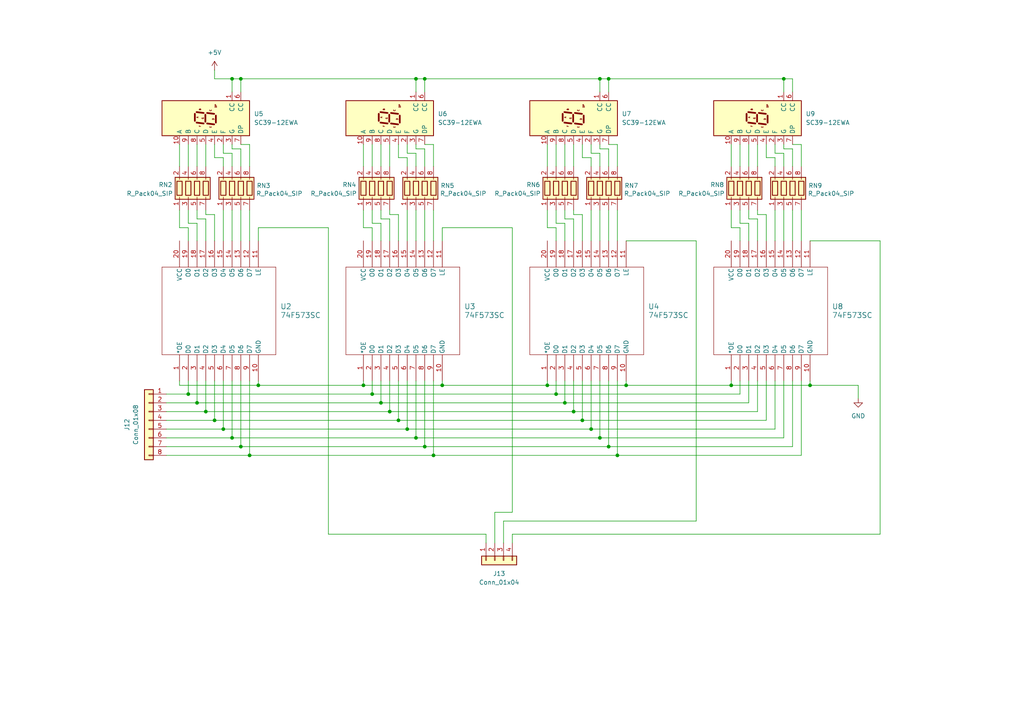
<source format=kicad_sch>
(kicad_sch (version 20250114) (generator "eeschema") (generator_version "9.0")
  (paper "A4")
  (lib_symbols
    (symbol "74F573SC:74F573SC" (pin_names (offset 0.254))
      (property "Reference" "U" (at 20.32 10.16 0))
      (property "Value" "74F573SC" (at 20.32 7.62 0))
      (symbol "74F573SC_0_1"
        (polyline (pts (xy 7.62 5.08) (xy 7.62 -27.94)) (stroke (width 0.127)))
        (polyline (pts (xy 7.62 -27.94) (xy 33.02 -27.94)) (stroke (width 0.127)))
        (polyline (pts (xy 33.02 5.08) (xy 7.62 5.08)) (stroke (width 0.127)))
        (polyline (pts (xy 33.02 -27.94) (xy 33.02 5.08)) (stroke (width 0.127)))
        (pin output line (at 0 0 0) (length 7.62) (name "*OE") (number "1"))
        (pin input line (at 0 -2.54 0) (length 7.62) (name "D0") (number "2"))
        (pin input line (at 0 -5.08 0) (length 7.62) (name "D1") (number "3"))
        (pin input line (at 0 -7.62 0) (length 7.62) (name "D2") (number "4"))
        (pin input line (at 0 -10.16 0) (length 7.62) (name "D3") (number "5"))
        (pin input line (at 0 -12.7 0) (length 7.62) (name "D4") (number "6"))
        (pin input line (at 0 -15.24 0) (length 7.62) (name "D5") (number "7"))
        (pin input line (at 0 -17.78 0) (length 7.62) (name "D6") (number "8"))
        (pin input line (at 0 -20.32 0) (length 7.62) (name "D7") (number "9"))
        (pin power_out line (at 0 -22.86 0) (length 7.62) (name "GND") (number "10"))
        (pin power_in line (at 40.64 0 180) (length 7.62) (name "VCC") (number "20"))
        (pin output line (at 40.64 -2.54 180) (length 7.62) (name "O0") (number "19"))
        (pin output line (at 40.64 -5.08 180) (length 7.62) (name "O1") (number "18"))
        (pin output line (at 40.64 -7.62 180) (length 7.62) (name "O2") (number "17"))
        (pin output line (at 40.64 -10.16 180) (length 7.62) (name "O3") (number "16"))
        (pin output line (at 40.64 -12.7 180) (length 7.62) (name "O4") (number "15"))
        (pin output line (at 40.64 -15.24 180) (length 7.62) (name "O5") (number "14"))
        (pin output line (at 40.64 -17.78 180) (length 7.62) (name "O6") (number "13"))
        (pin output line (at 40.64 -20.32 180) (length 7.62) (name "O7") (number "12"))
        (pin input line (at 40.64 -22.86 180) (length 7.62) (name "LE") (number "11"))
      )
    )
    (symbol "Connector_Generic:Conn_01x04" (pin_names (offset 1.016) (hide yes))
      (property "Reference" "J" (at 0 5.08 0))
      (property "Value" "Conn_01x04" (at 0 -7.62 0))
      (symbol "Conn_01x04_1_1"
        (rectangle (start -1.27 3.81) (end 1.27 -6.35) (stroke (width 0.254)) (fill (type background)))
        (rectangle (start -1.27 2.667) (end 0 2.413) (stroke (width 0.1524)))
        (rectangle (start -1.27 0.127) (end 0 -0.127) (stroke (width 0.1524)))
        (rectangle (start -1.27 -2.413) (end 0 -2.667) (stroke (width 0.1524)))
        (rectangle (start -1.27 -4.953) (end 0 -5.207) (stroke (width 0.1524)))
        (pin passive line (at -5.08 2.54 0) (length 3.81) (name "Pin_1") (number "1"))
        (pin passive line (at -5.08 0 0) (length 3.81) (name "Pin_2") (number "2"))
        (pin passive line (at -5.08 -2.54 0) (length 3.81) (name "Pin_3") (number "3"))
        (pin passive line (at -5.08 -5.08 0) (length 3.81) (name "Pin_4") (number "4"))
      )
    )
    (symbol "Connector_Generic:Conn_01x08" (pin_names (offset 1.016) (hide yes))
      (property "Reference" "J" (at 0 10.16 0))
      (property "Value" "Conn_01x08" (at 0 -12.7 0))
      (symbol "Conn_01x08_1_1"
        (rectangle (start -1.27 8.89) (end 1.27 -11.43) (stroke (width 0.254)) (fill (type background)))
        (rectangle (start -1.27 7.747) (end 0 7.493) (stroke (width 0.1524)))
        (rectangle (start -1.27 5.207) (end 0 4.953) (stroke (width 0.1524)))
        (rectangle (start -1.27 2.667) (end 0 2.413) (stroke (width 0.1524)))
        (rectangle (start -1.27 0.127) (end 0 -0.127) (stroke (width 0.1524)))
        (rectangle (start -1.27 -2.413) (end 0 -2.667) (stroke (width 0.1524)))
        (rectangle (start -1.27 -4.953) (end 0 -5.207) (stroke (width 0.1524)))
        (rectangle (start -1.27 -7.493) (end 0 -7.747) (stroke (width 0.1524)))
        (rectangle (start -1.27 -10.033) (end 0 -10.287) (stroke (width 0.1524)))
        (pin passive line (at -5.08 7.62 0) (length 3.81) (name "Pin_1") (number "1"))
        (pin passive line (at -5.08 5.08 0) (length 3.81) (name "Pin_2") (number "2"))
        (pin passive line (at -5.08 2.54 0) (length 3.81) (name "Pin_3") (number "3"))
        (pin passive line (at -5.08 0 0) (length 3.81) (name "Pin_4") (number "4"))
        (pin passive line (at -5.08 -2.54 0) (length 3.81) (name "Pin_5") (number "5"))
        (pin passive line (at -5.08 -5.08 0) (length 3.81) (name "Pin_6") (number "6"))
        (pin passive line (at -5.08 -7.62 0) (length 3.81) (name "Pin_7") (number "7"))
        (pin passive line (at -5.08 -10.16 0) (length 3.81) (name "Pin_8") (number "8"))
      )
    )
    (symbol "Device:R_Pack04_SIP" (pin_names (offset 0) (hide yes))
      (property "Reference" "RN2" (at -1.016 2.032 0))
      (property "Value" "R_Pack04_SIP" (at 3.556 -0.254 0))
      (symbol "R_Pack04_SIP_0_1"
        (rectangle (start -13.97 4.445) (end -3.81 -1.905) (stroke (width 0.254)) (fill (type background)))
        (rectangle (start -13.462 3.302) (end -11.938 -0.762) (stroke (width 0.254)))
        (rectangle (start -10.922 3.302) (end -9.398 -0.762) (stroke (width 0.254)))
        (rectangle (start -8.382 3.302) (end -6.858 -0.762) (stroke (width 0.254)))
        (rectangle (start -5.842 3.302) (end -4.318 -0.762) (stroke (width 0.254)))
      )
      (symbol "R_Pack04_SIP_1_1"
        (pin passive line (at -12.7 7.62 270) (length 3.81) (name "R1.2") (number "2"))
        (pin passive line (at -12.7 -5.08 90) (length 3.81) (name "R1.1") (number "1"))
        (pin passive line (at -10.16 7.62 270) (length 3.81) (name "R2.2") (number "4"))
        (pin passive line (at -10.16 -5.08 90) (length 3.81) (name "R2.1") (number "3"))
        (pin passive line (at -7.62 7.62 270) (length 3.81) (name "R3.2") (number "6"))
        (pin passive line (at -7.62 -5.08 90) (length 3.81) (name "R3.1") (number "5"))
        (pin passive line (at -5.08 7.62 270) (length 3.81) (name "R4.2") (number "8"))
        (pin passive line (at -5.08 -5.08 90) (length 3.81) (name "R4.1") (number "7"))
      )
    )
    (symbol "Display_Character:SC39-12EWA"
      (property "Reference" "U" (at -3.81 13.97 0))
      (property "Value" "SC39-12EWA" (at 6.35 13.97 0))
      (symbol "SC39-12EWA_1_0"
        (text "E" (at -2.54 -1.397 0) (effects (font (size 0.508 0.508))))
        (text "F" (at -2.286 1.651 0) (effects (font (size 0.508 0.508))))
        (text "D" (at -0.254 -2.159 0) (effects (font (size 0.508 0.508))))
        (text "G" (at 0 0.889 0) (effects (font (size 0.508 0.508))))
        (text "A" (at 0.254 2.413 0) (effects (font (size 0.508 0.508))))
        (text "C" (at 2.286 -1.397 0) (effects (font (size 0.508 0.508))))
        (text "B" (at 2.54 1.651 0) (effects (font (size 0.508 0.508))))
        (text "DP" (at 3.556 -2.921 0) (effects (font (size 0.508 0.508))))
      )
      (symbol "SC39-12EWA_1_1"
        (rectangle (start -5.08 12.7) (end 5.08 -12.7) (stroke (width 0.254)) (fill (type background)))
        (polyline (pts (xy -1.524 -0.381) (xy -1.778 -2.413)) (stroke (width 0.508)))
        (polyline (pts (xy -1.27 2.667) (xy -1.524 0.635)) (stroke (width 0.508)))
        (polyline (pts (xy -1.27 -2.921) (xy 0.762 -2.921)) (stroke (width 0.508)))
        (polyline (pts (xy -1.016 0.127) (xy 1.016 0.127)) (stroke (width 0.508)))
        (polyline (pts (xy -0.762 3.175) (xy 1.27 3.175)) (stroke (width 0.508)))
        (polyline (pts (xy 1.524 -0.381) (xy 1.27 -2.413)) (stroke (width 0.508)))
        (polyline (pts (xy 1.778 2.667) (xy 1.524 0.635)) (stroke (width 0.508)))
        (polyline (pts (xy 2.54 -2.921) (xy 2.54 -2.921)) (stroke (width 0.508)))
        (pin input line (at -7.62 7.62 0) (length 2.54) (name "A") (number "10"))
        (pin input line (at -7.62 5.08 0) (length 2.54) (name "B") (number "9"))
        (pin input line (at -7.62 2.54 0) (length 2.54) (name "C") (number "8"))
        (pin input line (at -7.62 0 0) (length 2.54) (name "D") (number "5"))
        (pin input line (at -7.62 -2.54 0) (length 2.54) (name "E") (number "4"))
        (pin input line (at -7.62 -5.08 0) (length 2.54) (name "F") (number "2"))
        (pin input line (at -7.62 -7.62 0) (length 2.54) (name "G") (number "3"))
        (pin input line (at -7.62 -10.16 0) (length 2.54) (name "DP") (number "7"))
        (pin input line (at 7.62 -7.62 180) (length 2.54) (name "CC") (number "1"))
        (pin input line (at 7.62 -10.16 180) (length 2.54) (name "CC") (number "6"))
      )
    )
    (symbol "power:+5V" (power) (pin_numbers (hide yes)) (pin_names (offset 0) (hide yes))
      (property "Value" "+5V" (at 0 3.556 0))
      (symbol "+5V_0_1"
        (polyline (pts (xy -0.762 1.27) (xy 0 2.54)))
        (polyline (pts (xy 0 2.54) (xy 0.762 1.27)))
        (polyline (pts (xy 0 0) (xy 0 2.54)))
      )
      (symbol "+5V_1_1"
        (pin power_in line (at 0 0 90) (length 0) (name "~") (number "1"))
      )
    )
    (symbol "power:GND" (power) (pin_numbers (hide yes)) (pin_names (offset 0) (hide yes))
      (property "Value" "GND" (at 0 -3.81 0))
      (symbol "GND_0_1"
        (polyline (pts (xy 0 0) (xy 0 -1.27) (xy 1.27 -1.27) (xy 0 -2.54) (xy -1.27 -1.27) (xy 0 -1.27)))
      )
      (symbol "GND_1_1"
        (pin power_in line (at 0 0 270) (length 0) (name "~") (number "1"))
      )
    )
  )
  (junction (at 176.53 129.54))
  (junction (at 168.91 121.92))
  (junction (at 64.77 124.46))
  (junction (at 54.61 114.3))
  (junction (at 158.75 111.76))
  (junction (at 113.03 119.38))
  (junction (at 234.95 111.76))
  (junction (at 105.41 111.76))
  (junction (at 74.93 111.76))
  (junction (at 110.49 116.84))
  (junction (at 181.61 111.76))
  (junction (at 125.73 132.08))
  (junction (at 173.99 127))
  (junction (at 72.39 132.08))
  (junction (at 69.85 129.54))
  (junction (at 120.65 22.86))
  (junction (at 176.53 22.86))
  (junction (at 57.15 116.84))
  (junction (at 227.33 22.86))
  (junction (at 120.65 127))
  (junction (at 212.09 111.76))
  (junction (at 123.19 22.86))
  (junction (at 161.29 114.3))
  (junction (at 115.57 121.92))
  (junction (at 62.23 121.92))
  (junction (at 67.31 22.86))
  (junction (at 163.83 116.84))
  (junction (at 171.45 124.46))
  (junction (at 123.19 129.54))
  (junction (at 173.99 22.86))
  (junction (at 67.31 127))
  (junction (at 118.11 124.46))
  (junction (at 69.85 22.86))
  (junction (at 59.69 119.38))
  (junction (at 128.27 111.76))
  (junction (at 107.95 114.3))
  (junction (at 166.37 119.38))
  (junction (at 179.07 132.08))
  (wire (pts (xy 52.07 66.04) (xy 54.61 66.04)))
  (wire (pts (xy 248.92 111.76) (xy 248.92 115.57)))
  (wire (pts (xy 158.75 110.49) (xy 158.75 111.76)))
  (wire (pts (xy 171.45 45.72) (xy 168.91 45.72)))
  (wire (pts (xy 120.65 22.86) (xy 123.19 22.86)))
  (wire (pts (xy 212.09 41.91) (xy 212.09 48.26)))
  (wire (pts (xy 173.99 60.96) (xy 173.99 69.85)))
  (wire (pts (xy 59.69 119.38) (xy 48.26 119.38)))
  (wire (pts (xy 179.07 132.08) (xy 125.73 132.08)))
  (wire (pts (xy 57.15 41.91) (xy 57.15 48.26)))
  (wire (pts (xy 110.49 60.96) (xy 110.49 63.5)))
  (wire (pts (xy 227.33 22.86) (xy 227.33 26.67)))
  (wire (pts (xy 212.09 66.04) (xy 214.63 66.04)))
  (wire (pts (xy 107.95 110.49) (xy 107.95 114.3)))
  (wire (pts (xy 64.77 41.91) (xy 64.77 44.45)))
  (wire (pts (xy 120.65 60.96) (xy 120.65 69.85)))
  (wire (pts (xy 125.73 60.96) (xy 125.73 69.85)))
  (wire (pts (xy 118.11 60.96) (xy 118.11 69.85)))
  (wire (pts (xy 115.57 121.92) (xy 62.23 121.92)))
  (wire (pts (xy 95.25 66.04) (xy 95.25 154.94)))
  (wire (pts (xy 168.91 110.49) (xy 168.91 121.92)))
  (wire (pts (xy 74.93 110.49) (xy 74.93 111.76)))
  (wire (pts (xy 113.03 62.23) (xy 115.57 62.23)))
  (wire (pts (xy 229.87 60.96) (xy 229.87 69.85)))
  (wire (pts (xy 105.41 41.91) (xy 105.41 48.26)))
  (wire (pts (xy 171.45 44.45) (xy 173.99 44.45)))
  (wire (pts (xy 59.69 62.23) (xy 62.23 62.23)))
  (wire (pts (xy 173.99 110.49) (xy 173.99 127)))
  (wire (pts (xy 95.25 154.94) (xy 140.97 154.94)))
  (wire (pts (xy 105.41 60.96) (xy 105.41 66.04)))
  (wire (pts (xy 214.63 60.96) (xy 214.63 64.77)))
  (wire (pts (xy 123.19 22.86) (xy 123.19 26.67)))
  (wire (pts (xy 120.65 127) (xy 67.31 127)))
  (wire (pts (xy 224.79 45.72) (xy 222.25 45.72)))
  (wire (pts (xy 161.29 110.49) (xy 161.29 114.3)))
  (wire (pts (xy 176.53 22.86) (xy 176.53 26.67)))
  (wire (pts (xy 128.27 111.76) (xy 158.75 111.76)))
  (wire (pts (xy 163.83 60.96) (xy 163.83 63.5)))
  (wire (pts (xy 113.03 41.91) (xy 113.03 48.26)))
  (wire (pts (xy 234.95 111.76) (xy 248.92 111.76)))
  (wire (pts (xy 123.19 60.96) (xy 123.19 69.85)))
  (wire (pts (xy 62.23 121.92) (xy 62.23 110.49)))
  (wire (pts (xy 212.09 110.49) (xy 212.09 111.76)))
  (wire (pts (xy 148.59 154.94) (xy 148.59 157.48)))
  (wire (pts (xy 234.95 69.85) (xy 255.27 69.85)))
  (wire (pts (xy 118.11 124.46) (xy 64.77 124.46)))
  (wire (pts (xy 227.33 41.91) (xy 227.33 43.18)))
  (wire (pts (xy 148.59 148.59) (xy 143.51 148.59)))
  (wire (pts (xy 74.93 111.76) (xy 105.41 111.76)))
  (wire (pts (xy 217.17 60.96) (xy 217.17 63.5)))
  (wire (pts (xy 158.75 41.91) (xy 158.75 48.26)))
  (wire (pts (xy 227.33 127) (xy 173.99 127)))
  (wire (pts (xy 161.29 41.91) (xy 161.29 48.26)))
  (wire (pts (xy 54.61 110.49) (xy 54.61 114.3)))
  (wire (pts (xy 113.03 119.38) (xy 59.69 119.38)))
  (wire (pts (xy 222.25 121.92) (xy 168.91 121.92)))
  (wire (pts (xy 176.53 22.86) (xy 227.33 22.86)))
  (wire (pts (xy 118.11 41.91) (xy 118.11 44.45)))
  (wire (pts (xy 163.83 64.77) (xy 163.83 69.85)))
  (wire (pts (xy 125.73 132.08) (xy 72.39 132.08)))
  (wire (pts (xy 69.85 22.86) (xy 120.65 22.86)))
  (wire (pts (xy 214.63 66.04) (xy 214.63 69.85)))
  (wire (pts (xy 171.45 110.49) (xy 171.45 124.46)))
  (wire (pts (xy 74.93 66.04) (xy 95.25 66.04)))
  (wire (pts (xy 171.45 45.72) (xy 171.45 48.26)))
  (wire (pts (xy 107.95 66.04) (xy 107.95 69.85)))
  (wire (pts (xy 120.65 110.49) (xy 120.65 127)))
  (wire (pts (xy 232.41 60.96) (xy 232.41 69.85)))
  (wire (pts (xy 52.07 111.76) (xy 74.93 111.76)))
  (wire (pts (xy 173.99 22.86) (xy 173.99 26.67)))
  (wire (pts (xy 120.65 22.86) (xy 120.65 26.67)))
  (wire (pts (xy 110.49 116.84) (xy 57.15 116.84)))
  (wire (pts (xy 57.15 116.84) (xy 48.26 116.84)))
  (wire (pts (xy 179.07 60.96) (xy 179.07 69.85)))
  (wire (pts (xy 161.29 114.3) (xy 107.95 114.3)))
  (wire (pts (xy 59.69 41.91) (xy 59.69 48.26)))
  (wire (pts (xy 163.83 110.49) (xy 163.83 116.84)))
  (wire (pts (xy 229.87 41.91) (xy 232.41 41.91)))
  (wire (pts (xy 219.71 62.23) (xy 222.25 62.23)))
  (wire (pts (xy 67.31 41.91) (xy 67.31 43.18)))
  (wire (pts (xy 128.27 110.49) (xy 128.27 111.76)))
  (wire (pts (xy 212.09 111.76) (xy 234.95 111.76)))
  (wire (pts (xy 118.11 45.72) (xy 118.11 48.26)))
  (wire (pts (xy 217.17 63.5) (xy 219.71 63.5)))
  (wire (pts (xy 227.33 43.18) (xy 229.87 43.18)))
  (wire (pts (xy 181.61 69.85) (xy 201.93 69.85)))
  (wire (pts (xy 67.31 127) (xy 67.31 110.49)))
  (wire (pts (xy 128.27 66.04) (xy 128.27 69.85)))
  (wire (pts (xy 105.41 66.04) (xy 107.95 66.04)))
  (wire (pts (xy 72.39 132.08) (xy 48.26 132.08)))
  (wire (pts (xy 173.99 44.45) (xy 173.99 48.26)))
  (wire (pts (xy 179.07 110.49) (xy 179.07 132.08)))
  (wire (pts (xy 179.07 41.91) (xy 179.07 48.26)))
  (wire (pts (xy 52.07 60.96) (xy 52.07 66.04)))
  (wire (pts (xy 69.85 60.96) (xy 69.85 69.85)))
  (wire (pts (xy 232.41 41.91) (xy 232.41 48.26)))
  (wire (pts (xy 128.27 66.04) (xy 148.59 66.04)))
  (wire (pts (xy 59.69 60.96) (xy 59.69 62.23)))
  (wire (pts (xy 52.07 110.49) (xy 52.07 111.76)))
  (wire (pts (xy 181.61 111.76) (xy 212.09 111.76)))
  (wire (pts (xy 143.51 148.59) (xy 143.51 157.48)))
  (wire (pts (xy 115.57 45.72) (xy 115.57 41.91)))
  (wire (pts (xy 64.77 60.96) (xy 64.77 69.85)))
  (wire (pts (xy 163.83 116.84) (xy 110.49 116.84)))
  (wire (pts (xy 214.63 114.3) (xy 161.29 114.3)))
  (wire (pts (xy 158.75 60.96) (xy 158.75 66.04)))
  (wire (pts (xy 166.37 110.49) (xy 166.37 119.38)))
  (wire (pts (xy 54.61 41.91) (xy 54.61 48.26)))
  (wire (pts (xy 219.71 60.96) (xy 219.71 62.23)))
  (wire (pts (xy 105.41 111.76) (xy 128.27 111.76)))
  (wire (pts (xy 229.87 110.49) (xy 229.87 129.54)))
  (wire (pts (xy 110.49 64.77) (xy 110.49 69.85)))
  (wire (pts (xy 217.17 64.77) (xy 217.17 69.85)))
  (wire (pts (xy 125.73 41.91) (xy 125.73 48.26)))
  (wire (pts (xy 161.29 64.77) (xy 163.83 64.77)))
  (wire (pts (xy 67.31 22.86) (xy 69.85 22.86)))
  (wire (pts (xy 224.79 41.91) (xy 224.79 44.45)))
  (wire (pts (xy 224.79 44.45) (xy 227.33 44.45)))
  (wire (pts (xy 69.85 41.91) (xy 72.39 41.91)))
  (wire (pts (xy 74.93 66.04) (xy 74.93 69.85)))
  (wire (pts (xy 72.39 60.96) (xy 72.39 69.85)))
  (wire (pts (xy 54.61 64.77) (xy 57.15 64.77)))
  (wire (pts (xy 69.85 43.18) (xy 69.85 48.26)))
  (wire (pts (xy 118.11 110.49) (xy 118.11 124.46)))
  (wire (pts (xy 173.99 41.91) (xy 173.99 43.18)))
  (wire (pts (xy 125.73 110.49) (xy 125.73 132.08)))
  (wire (pts (xy 163.83 41.91) (xy 163.83 48.26)))
  (wire (pts (xy 120.65 43.18) (xy 123.19 43.18)))
  (wire (pts (xy 214.63 110.49) (xy 214.63 114.3)))
  (wire (pts (xy 64.77 45.72) (xy 62.23 45.72)))
  (wire (pts (xy 173.99 127) (xy 120.65 127)))
  (wire (pts (xy 123.19 43.18) (xy 123.19 48.26)))
  (wire (pts (xy 107.95 114.3) (xy 54.61 114.3)))
  (wire (pts (xy 62.23 62.23) (xy 62.23 69.85)))
  (wire (pts (xy 176.53 60.96) (xy 176.53 69.85)))
  (wire (pts (xy 224.79 124.46) (xy 171.45 124.46)))
  (wire (pts (xy 161.29 66.04) (xy 161.29 69.85)))
  (wire (pts (xy 110.49 63.5) (xy 113.03 63.5)))
  (wire (pts (xy 224.79 60.96) (xy 224.79 69.85)))
  (wire (pts (xy 64.77 124.46) (xy 48.26 124.46)))
  (wire (pts (xy 224.79 110.49) (xy 224.79 124.46)))
  (wire (pts (xy 118.11 45.72) (xy 115.57 45.72)))
  (wire (pts (xy 234.95 110.49) (xy 234.95 111.76)))
  (wire (pts (xy 59.69 63.5) (xy 59.69 69.85)))
  (wire (pts (xy 113.03 63.5) (xy 113.03 69.85)))
  (wire (pts (xy 120.65 41.91) (xy 120.65 43.18)))
  (wire (pts (xy 64.77 44.45) (xy 67.31 44.45)))
  (wire (pts (xy 166.37 63.5) (xy 166.37 69.85)))
  (wire (pts (xy 64.77 110.49) (xy 64.77 124.46)))
  (wire (pts (xy 171.45 60.96) (xy 171.45 69.85)))
  (wire (pts (xy 166.37 62.23) (xy 168.91 62.23)))
  (wire (pts (xy 57.15 60.96) (xy 57.15 63.5)))
  (wire (pts (xy 120.65 44.45) (xy 120.65 48.26)))
  (wire (pts (xy 173.99 22.86) (xy 176.53 22.86)))
  (wire (pts (xy 107.95 64.77) (xy 110.49 64.77)))
  (wire (pts (xy 219.71 63.5) (xy 219.71 69.85)))
  (wire (pts (xy 214.63 41.91) (xy 214.63 48.26)))
  (wire (pts (xy 171.45 124.46) (xy 118.11 124.46)))
  (wire (pts (xy 232.41 132.08) (xy 179.07 132.08)))
  (wire (pts (xy 54.61 66.04) (xy 54.61 69.85)))
  (wire (pts (xy 176.53 41.91) (xy 179.07 41.91)))
  (wire (pts (xy 62.23 20.32) (xy 62.23 22.86)))
  (wire (pts (xy 166.37 60.96) (xy 166.37 62.23)))
  (wire (pts (xy 105.41 110.49) (xy 105.41 111.76)))
  (wire (pts (xy 62.23 45.72) (xy 62.23 41.91)))
  (wire (pts (xy 67.31 44.45) (xy 67.31 48.26)))
  (wire (pts (xy 64.77 45.72) (xy 64.77 48.26)))
  (wire (pts (xy 166.37 119.38) (xy 113.03 119.38)))
  (wire (pts (xy 48.26 114.3) (xy 54.61 114.3)))
  (wire (pts (xy 229.87 43.18) (xy 229.87 48.26)))
  (wire (pts (xy 219.71 119.38) (xy 166.37 119.38)))
  (wire (pts (xy 158.75 111.76) (xy 181.61 111.76)))
  (wire (pts (xy 69.85 129.54) (xy 48.26 129.54)))
  (wire (pts (xy 217.17 116.84) (xy 163.83 116.84)))
  (wire (pts (xy 163.83 63.5) (xy 166.37 63.5)))
  (wire (pts (xy 171.45 41.91) (xy 171.45 44.45)))
  (wire (pts (xy 67.31 60.96) (xy 67.31 69.85)))
  (wire (pts (xy 217.17 110.49) (xy 217.17 116.84)))
  (wire (pts (xy 57.15 63.5) (xy 59.69 63.5)))
  (wire (pts (xy 227.33 110.49) (xy 227.33 127)))
  (wire (pts (xy 227.33 22.86) (xy 229.87 22.86)))
  (wire (pts (xy 107.95 60.96) (xy 107.95 64.77)))
  (wire (pts (xy 140.97 154.94) (xy 140.97 157.48)))
  (wire (pts (xy 161.29 60.96) (xy 161.29 64.77)))
  (wire (pts (xy 110.49 110.49) (xy 110.49 116.84)))
  (wire (pts (xy 255.27 154.94) (xy 148.59 154.94)))
  (wire (pts (xy 57.15 64.77) (xy 57.15 69.85)))
  (wire (pts (xy 229.87 22.86) (xy 229.87 26.67)))
  (wire (pts (xy 59.69 110.49) (xy 59.69 119.38)))
  (wire (pts (xy 57.15 110.49) (xy 57.15 116.84)))
  (wire (pts (xy 107.95 41.91) (xy 107.95 48.26)))
  (wire (pts (xy 69.85 110.49) (xy 69.85 129.54)))
  (wire (pts (xy 72.39 41.91) (xy 72.39 48.26)))
  (wire (pts (xy 115.57 62.23) (xy 115.57 69.85)))
  (wire (pts (xy 123.19 129.54) (xy 69.85 129.54)))
  (wire (pts (xy 123.19 41.91) (xy 125.73 41.91)))
  (wire (pts (xy 115.57 110.49) (xy 115.57 121.92)))
  (wire (pts (xy 110.49 41.91) (xy 110.49 48.26)))
  (wire (pts (xy 67.31 43.18) (xy 69.85 43.18)))
  (wire (pts (xy 176.53 43.18) (xy 176.53 48.26)))
  (wire (pts (xy 176.53 110.49) (xy 176.53 129.54)))
  (wire (pts (xy 123.19 110.49) (xy 123.19 129.54)))
  (wire (pts (xy 148.59 66.04) (xy 148.59 148.59)))
  (wire (pts (xy 62.23 22.86) (xy 67.31 22.86)))
  (wire (pts (xy 222.25 110.49) (xy 222.25 121.92)))
  (wire (pts (xy 168.91 62.23) (xy 168.91 69.85)))
  (wire (pts (xy 158.75 66.04) (xy 161.29 66.04)))
  (wire (pts (xy 146.05 151.13) (xy 146.05 157.48)))
  (wire (pts (xy 227.33 60.96) (xy 227.33 69.85)))
  (wire (pts (xy 201.93 69.85) (xy 201.93 151.13)))
  (wire (pts (xy 212.09 60.96) (xy 212.09 66.04)))
  (wire (pts (xy 168.91 121.92) (xy 115.57 121.92)))
  (wire (pts (xy 52.07 41.91) (xy 52.07 48.26)))
  (wire (pts (xy 69.85 22.86) (xy 69.85 26.67)))
  (wire (pts (xy 67.31 22.86) (xy 67.31 26.67)))
  (wire (pts (xy 166.37 41.91) (xy 166.37 48.26)))
  (wire (pts (xy 48.26 127) (xy 67.31 127)))
  (wire (pts (xy 219.71 41.91) (xy 219.71 48.26)))
  (wire (pts (xy 118.11 44.45) (xy 120.65 44.45)))
  (wire (pts (xy 176.53 129.54) (xy 123.19 129.54)))
  (wire (pts (xy 173.99 43.18) (xy 176.53 43.18)))
  (wire (pts (xy 255.27 69.85) (xy 255.27 154.94)))
  (wire (pts (xy 222.25 62.23) (xy 222.25 69.85)))
  (wire (pts (xy 113.03 110.49) (xy 113.03 119.38)))
  (wire (pts (xy 201.93 151.13) (xy 146.05 151.13)))
  (wire (pts (xy 219.71 110.49) (xy 219.71 119.38)))
  (wire (pts (xy 72.39 110.49) (xy 72.39 132.08)))
  (wire (pts (xy 222.25 45.72) (xy 222.25 41.91)))
  (wire (pts (xy 227.33 44.45) (xy 227.33 48.26)))
  (wire (pts (xy 123.19 22.86) (xy 173.99 22.86)))
  (wire (pts (xy 232.41 110.49) (xy 232.41 132.08)))
  (wire (pts (xy 229.87 129.54) (xy 176.53 129.54)))
  (wire (pts (xy 113.03 60.96) (xy 113.03 62.23)))
  (wire (pts (xy 48.26 121.92) (xy 62.23 121.92)))
  (wire (pts (xy 54.61 60.96) (xy 54.61 64.77)))
  (wire (pts (xy 224.79 45.72) (xy 224.79 48.26)))
  (wire (pts (xy 168.91 45.72) (xy 168.91 41.91)))
  (wire (pts (xy 217.17 41.91) (xy 217.17 48.26)))
  (wire (pts (xy 181.61 110.49) (xy 181.61 111.76)))
  (wire (pts (xy 214.63 64.77) (xy 217.17 64.77)))
  (symbol (lib_id "Connector_Generic:Conn_01x08") (at 43.18 121.92 0) (mirror y) (unit 1)
    (property "Reference" "J12" (at 36.83 123.19 90))
    (property "Value" "Conn_01x08" (at 39.37 123.19 90))
    (property "Description" "Generic connector, single row, 01x08, script generated (kicad-library-utils/schlib/autogen/connector/)" (effects (hide yes)))
  )
  (symbol (lib_id "Device:R_Pack04_SIP") (at 224.79 55.88 0) (unit 1)
    (property "Reference" "RN8" (at 208.026 53.594 0))
    (property "Value" "R_Pack04_SIP" (at 203.454 56.134 0))
    (property "Footprint" "Resistor_THT:R_Array_SIP8" (effects (hide yes)))
    (property "Datasheet" "http://www.vishay.com/docs/31509/csc.pdf" (effects (hide yes)))
    (property "Description" "4 resistor network, parallel topology, SIP package" (effects (hide yes)))
  )
  (symbol (lib_id "Connector_Generic:Conn_01x04") (at 143.51 162.56 90) (mirror x) (unit 1)
    (property "Reference" "J13" (at 144.78 166.37 90))
    (property "Value" "Conn_01x04" (at 144.78 168.91 90))
    (property "Description" "Generic connector, single row, 01x04, script generated (kicad-library-utils/schlib/autogen/connector/)" (effects (hide yes)))
  )
  (symbol (lib_id "Device:R_Pack04_SIP") (at 64.77 55.88 0) (unit 1)
    (property "Reference" "RN2" (at 48.006 53.594 0))
    (property "Value" "R_Pack04_SIP" (at 43.434 56.134 0))
    (property "Footprint" "Resistor_THT:R_Array_SIP8" (effects (hide yes)))
    (property "Datasheet" "http://www.vishay.com/docs/31509/csc.pdf" (effects (hide yes)))
    (property "Description" "4 resistor network, parallel topology, SIP package" (effects (hide yes)))
  )
  (symbol (lib_id "Display_Character:SC39-12EWA") (at 166.37 34.29 90) (unit 1)
    (property "Reference" "U7" (at 180.34 33.0199 90) (effects (justify right)))
    (property "Value" "SC39-12EWA" (at 180.34 35.5599 90) (effects (justify right)))
    (property "Footprint" "Display_7Segment:Sx39-1xxxxx" (effects (hide yes)))
    (property "Datasheet" "http://www.kingbrightusa.com/images/catalog/SPEC/sc39-12ewa.pdf" (effects (hide yes)))
    (property "Description" "Single digit 7 segment display, high efficiency red, common cathode" (effects (hide yes)))
  )
  (symbol (lib_id "Device:R_Pack04_SIP") (at 118.11 55.88 0) (unit 1)
    (property "Reference" "RN4" (at 101.346 53.594 0))
    (property "Value" "R_Pack04_SIP" (at 96.774 56.134 0))
    (property "Footprint" "Resistor_THT:R_Array_SIP8" (effects (hide yes)))
    (property "Datasheet" "http://www.vishay.com/docs/31509/csc.pdf" (effects (hide yes)))
    (property "Description" "4 resistor network, parallel topology, SIP package" (effects (hide yes)))
  )
  (symbol (lib_id "Device:R_Pack04_SIP") (at 184.15 55.88 0) (unit 1)
    (property "Reference" "RN7" (at 183.134 53.848 0))
    (property "Value" "R_Pack04_SIP" (at 187.706 56.134 0))
    (property "Footprint" "Resistor_THT:R_Array_SIP8" (effects (hide yes)))
    (property "Datasheet" "http://www.vishay.com/docs/31509/csc.pdf" (effects (hide yes)))
    (property "Description" "4 resistor network, parallel topology, SIP package" (effects (hide yes)))
  )
  (symbol (lib_id "74F573SC:74F573SC") (at 52.07 110.49 90) (unit 1)
    (property "Reference" "U2" (at 81.28 88.8999 90) (effects (font (size 1.524 1.524)) (justify right)))
    (property "Value" "74F573SC" (at 81.28 91.4399 90) (effects (font (size 1.524 1.524)) (justify right)))
    (property "Footprint" "SOIC20_12P7X5P4_ONS" (effects (hide yes)))
    (property "Datasheet" "74F573SC" (effects (hide yes)))
  )
  (symbol (lib_id "Display_Character:SC39-12EWA") (at 219.71 34.29 90) (unit 1)
    (property "Reference" "U9" (at 233.68 33.0199 90) (effects (justify right)))
    (property "Value" "SC39-12EWA" (at 233.68 35.5599 90) (effects (justify right)))
    (property "Footprint" "Display_7Segment:Sx39-1xxxxx" (effects (hide yes)))
    (property "Datasheet" "http://www.kingbrightusa.com/images/catalog/SPEC/sc39-12ewa.pdf" (effects (hide yes)))
    (property "Description" "Single digit 7 segment display, high efficiency red, common cathode" (effects (hide yes)))
  )
  (symbol (lib_id "Display_Character:SC39-12EWA") (at 59.69 34.29 90) (unit 1)
    (property "Reference" "U5" (at 73.66 33.0199 90) (effects (justify right)))
    (property "Value" "SC39-12EWA" (at 73.66 35.5599 90) (effects (justify right)))
    (property "Footprint" "Display_7Segment:Sx39-1xxxxx" (effects (hide yes)))
    (property "Datasheet" "http://www.kingbrightusa.com/images/catalog/SPEC/sc39-12ewa.pdf" (effects (hide yes)))
    (property "Description" "Single digit 7 segment display, high efficiency red, common cathode" (effects (hide yes)))
  )
  (symbol (lib_id "power:GND") (at 248.92 115.57 0) (unit 1)
    (property "Reference" "#PWR017" (effects (hide yes)))
    (property "Value" "GND" (at 248.92 120.65 0))
    (property "Description" "Power symbol creates a global label with name \"GND\" , ground" (effects (hide yes)))
  )
  (symbol (lib_id "power:+5V") (at 62.23 20.32 0) (mirror y) (unit 1)
    (property "Reference" "#PWR016" (effects (hide yes)))
    (property "Value" "+5V" (at 62.23 15.24 0))
    (property "Description" "Power symbol creates a global label with name \"+5V\"" (effects (hide yes)))
  )
  (symbol (lib_id "Device:R_Pack04_SIP") (at 130.81 55.88 0) (unit 1)
    (property "Reference" "RN5" (at 129.794 53.848 0))
    (property "Value" "R_Pack04_SIP" (at 134.366 56.134 0))
    (property "Footprint" "Resistor_THT:R_Array_SIP8" (effects (hide yes)))
    (property "Datasheet" "http://www.vishay.com/docs/31509/csc.pdf" (effects (hide yes)))
    (property "Description" "4 resistor network, parallel topology, SIP package" (effects (hide yes)))
  )
  (symbol (lib_id "74F573SC:74F573SC") (at 212.09 110.49 90) (unit 1)
    (property "Reference" "U8" (at 241.3 88.8999 90) (effects (font (size 1.524 1.524)) (justify right)))
    (property "Value" "74F573SC" (at 241.3 91.4399 90) (effects (font (size 1.524 1.524)) (justify right)))
    (property "Footprint" "SOIC20_12P7X5P4_ONS" (effects (hide yes)))
    (property "Datasheet" "74F573SC" (effects (hide yes)))
  )
  (symbol (lib_id "Device:R_Pack04_SIP") (at 171.45 55.88 0) (unit 1)
    (property "Reference" "RN6" (at 154.686 53.594 0))
    (property "Value" "R_Pack04_SIP" (at 150.114 56.134 0))
    (property "Footprint" "Resistor_THT:R_Array_SIP8" (effects (hide yes)))
    (property "Datasheet" "http://www.vishay.com/docs/31509/csc.pdf" (effects (hide yes)))
    (property "Description" "4 resistor network, parallel topology, SIP package" (effects (hide yes)))
  )
  (symbol (lib_id "74F573SC:74F573SC") (at 105.41 110.49 90) (unit 1)
    (property "Reference" "U3" (at 134.62 88.8999 90) (effects (font (size 1.524 1.524)) (justify right)))
    (property "Value" "74F573SC" (at 134.62 91.4399 90) (effects (font (size 1.524 1.524)) (justify right)))
    (property "Footprint" "SOIC20_12P7X5P4_ONS" (effects (hide yes)))
    (property "Datasheet" "74F573SC" (effects (hide yes)))
  )
  (symbol (lib_id "Device:R_Pack04_SIP") (at 237.49 55.88 0) (unit 1)
    (property "Reference" "RN9" (at 236.474 53.848 0))
    (property "Value" "R_Pack04_SIP" (at 241.046 56.134 0))
    (property "Footprint" "Resistor_THT:R_Array_SIP8" (effects (hide yes)))
    (property "Datasheet" "http://www.vishay.com/docs/31509/csc.pdf" (effects (hide yes)))
    (property "Description" "4 resistor network, parallel topology, SIP package" (effects (hide yes)))
  )
  (symbol (lib_id "Display_Character:SC39-12EWA") (at 113.03 34.29 90) (unit 1)
    (property "Reference" "U6" (at 127 33.0199 90) (effects (justify right)))
    (property "Value" "SC39-12EWA" (at 127 35.5599 90) (effects (justify right)))
    (property "Footprint" "Display_7Segment:Sx39-1xxxxx" (effects (hide yes)))
    (property "Datasheet" "http://www.kingbrightusa.com/images/catalog/SPEC/sc39-12ewa.pdf" (effects (hide yes)))
    (property "Description" "Single digit 7 segment display, high efficiency red, common cathode" (effects (hide yes)))
  )
  (symbol (lib_id "Device:R_Pack04_SIP") (at 77.47 55.88 0) (unit 1)
    (property "Reference" "RN3" (at 76.454 53.848 0))
    (property "Value" "R_Pack04_SIP" (at 81.026 56.134 0))
    (property "Footprint" "Resistor_THT:R_Array_SIP8" (effects (hide yes)))
    (property "Datasheet" "http://www.vishay.com/docs/31509/csc.pdf" (effects (hide yes)))
    (property "Description" "4 resistor network, parallel topology, SIP package" (effects (hide yes)))
  )
  (symbol (lib_id "74F573SC:74F573SC") (at 158.75 110.49 90) (unit 1)
    (property "Reference" "U4" (at 187.96 88.8999 90) (effects (font (size 1.524 1.524)) (justify right)))
    (property "Value" "74F573SC" (at 187.96 91.4399 90) (effects (font (size 1.524 1.524)) (justify right)))
    (property "Footprint" "SOIC20_12P7X5P4_ONS" (effects (hide yes)))
    (property "Datasheet" "74F573SC" (effects (hide yes)))
  )
)
</source>
